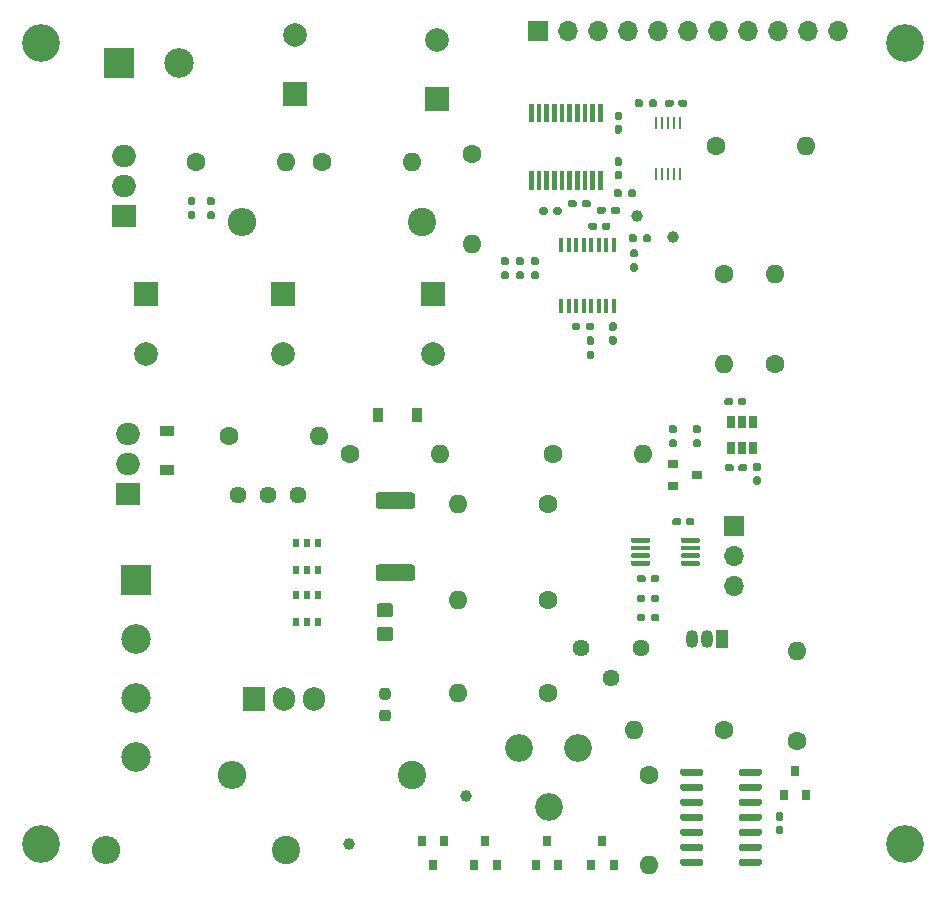
<source format=gts>
G04 #@! TF.GenerationSoftware,KiCad,Pcbnew,(5.1.10)-1*
G04 #@! TF.CreationDate,2021-11-18T05:31:33+07:00*
G04 #@! TF.ProjectId,Georesistance PCB,47656f72-6573-4697-9374-616e63652050,1*
G04 #@! TF.SameCoordinates,Original*
G04 #@! TF.FileFunction,Soldermask,Top*
G04 #@! TF.FilePolarity,Negative*
%FSLAX46Y46*%
G04 Gerber Fmt 4.6, Leading zero omitted, Abs format (unit mm)*
G04 Created by KiCad (PCBNEW (5.1.10)-1) date 2021-11-18 05:31:33*
%MOMM*%
%LPD*%
G01*
G04 APERTURE LIST*
%ADD10C,3.200000*%
%ADD11R,0.900000X0.800000*%
%ADD12C,2.000000*%
%ADD13R,2.000000X2.000000*%
%ADD14C,1.600000*%
%ADD15O,1.600000X1.600000*%
%ADD16R,0.900000X1.200000*%
%ADD17O,2.000000X1.905000*%
%ADD18R,2.000000X1.905000*%
%ADD19O,1.700000X1.700000*%
%ADD20R,1.700000X1.700000*%
%ADD21C,1.440000*%
%ADD22C,2.500000*%
%ADD23R,2.500000X2.500000*%
%ADD24C,1.000000*%
%ADD25O,2.400000X2.400000*%
%ADD26C,2.400000*%
%ADD27C,2.340000*%
%ADD28R,0.510000X0.700000*%
%ADD29R,1.050000X1.500000*%
%ADD30O,1.050000X1.500000*%
%ADD31R,0.650000X1.060000*%
%ADD32R,0.250000X1.100000*%
%ADD33R,0.800000X0.900000*%
%ADD34R,0.400000X1.200000*%
%ADD35R,1.905000X2.000000*%
%ADD36O,1.905000X2.000000*%
%ADD37R,1.200000X0.900000*%
G04 APERTURE END LIST*
D10*
X93218000Y-25273000D03*
X20066000Y-25273000D03*
X93218000Y-93091000D03*
X20066000Y-93091000D03*
G36*
G01*
X74198000Y-67451000D02*
X74198000Y-67251000D01*
G75*
G02*
X74298000Y-67151000I100000J0D01*
G01*
X75723000Y-67151000D01*
G75*
G02*
X75823000Y-67251000I0J-100000D01*
G01*
X75823000Y-67451000D01*
G75*
G02*
X75723000Y-67551000I-100000J0D01*
G01*
X74298000Y-67551000D01*
G75*
G02*
X74198000Y-67451000I0J100000D01*
G01*
G37*
G36*
G01*
X74198000Y-68101000D02*
X74198000Y-67901000D01*
G75*
G02*
X74298000Y-67801000I100000J0D01*
G01*
X75723000Y-67801000D01*
G75*
G02*
X75823000Y-67901000I0J-100000D01*
G01*
X75823000Y-68101000D01*
G75*
G02*
X75723000Y-68201000I-100000J0D01*
G01*
X74298000Y-68201000D01*
G75*
G02*
X74198000Y-68101000I0J100000D01*
G01*
G37*
G36*
G01*
X74198000Y-68751000D02*
X74198000Y-68551000D01*
G75*
G02*
X74298000Y-68451000I100000J0D01*
G01*
X75723000Y-68451000D01*
G75*
G02*
X75823000Y-68551000I0J-100000D01*
G01*
X75823000Y-68751000D01*
G75*
G02*
X75723000Y-68851000I-100000J0D01*
G01*
X74298000Y-68851000D01*
G75*
G02*
X74198000Y-68751000I0J100000D01*
G01*
G37*
G36*
G01*
X74198000Y-69401000D02*
X74198000Y-69201000D01*
G75*
G02*
X74298000Y-69101000I100000J0D01*
G01*
X75723000Y-69101000D01*
G75*
G02*
X75823000Y-69201000I0J-100000D01*
G01*
X75823000Y-69401000D01*
G75*
G02*
X75723000Y-69501000I-100000J0D01*
G01*
X74298000Y-69501000D01*
G75*
G02*
X74198000Y-69401000I0J100000D01*
G01*
G37*
G36*
G01*
X69973000Y-69401000D02*
X69973000Y-69201000D01*
G75*
G02*
X70073000Y-69101000I100000J0D01*
G01*
X71498000Y-69101000D01*
G75*
G02*
X71598000Y-69201000I0J-100000D01*
G01*
X71598000Y-69401000D01*
G75*
G02*
X71498000Y-69501000I-100000J0D01*
G01*
X70073000Y-69501000D01*
G75*
G02*
X69973000Y-69401000I0J100000D01*
G01*
G37*
G36*
G01*
X69973000Y-68751000D02*
X69973000Y-68551000D01*
G75*
G02*
X70073000Y-68451000I100000J0D01*
G01*
X71498000Y-68451000D01*
G75*
G02*
X71598000Y-68551000I0J-100000D01*
G01*
X71598000Y-68751000D01*
G75*
G02*
X71498000Y-68851000I-100000J0D01*
G01*
X70073000Y-68851000D01*
G75*
G02*
X69973000Y-68751000I0J100000D01*
G01*
G37*
G36*
G01*
X69973000Y-68101000D02*
X69973000Y-67901000D01*
G75*
G02*
X70073000Y-67801000I100000J0D01*
G01*
X71498000Y-67801000D01*
G75*
G02*
X71598000Y-67901000I0J-100000D01*
G01*
X71598000Y-68101000D01*
G75*
G02*
X71498000Y-68201000I-100000J0D01*
G01*
X70073000Y-68201000D01*
G75*
G02*
X69973000Y-68101000I0J100000D01*
G01*
G37*
G36*
G01*
X69973000Y-67451000D02*
X69973000Y-67251000D01*
G75*
G02*
X70073000Y-67151000I100000J0D01*
G01*
X71498000Y-67151000D01*
G75*
G02*
X71598000Y-67251000I0J-100000D01*
G01*
X71598000Y-67451000D01*
G75*
G02*
X71498000Y-67551000I-100000J0D01*
G01*
X70073000Y-67551000D01*
G75*
G02*
X69973000Y-67451000I0J100000D01*
G01*
G37*
D11*
X75549000Y-61849000D03*
X73549000Y-62799000D03*
X73549000Y-60899000D03*
D12*
X41529000Y-24591000D03*
D13*
X41529000Y-29591000D03*
D14*
X46228000Y-60071000D03*
D15*
X53848000Y-60071000D03*
X71501000Y-94869000D03*
D14*
X71501000Y-87249000D03*
D16*
X51878500Y-56769000D03*
X48578500Y-56769000D03*
D17*
X27368500Y-58356500D03*
X27368500Y-60896500D03*
D18*
X27368500Y-63436500D03*
D14*
X77851000Y-83439000D03*
D15*
X70231000Y-83439000D03*
X55372000Y-72390000D03*
D14*
X62992000Y-72390000D03*
D19*
X78740000Y-71247000D03*
X78740000Y-68707000D03*
D20*
X78740000Y-66167000D03*
D21*
X65786000Y-76454000D03*
X68326000Y-78994000D03*
X70866000Y-76454000D03*
D22*
X28067000Y-85739000D03*
X28067000Y-80739000D03*
X28067000Y-75739000D03*
D23*
X28067000Y-70739000D03*
G36*
G01*
X81047000Y-94465000D02*
X81047000Y-94765000D01*
G75*
G02*
X80897000Y-94915000I-150000J0D01*
G01*
X79247000Y-94915000D01*
G75*
G02*
X79097000Y-94765000I0J150000D01*
G01*
X79097000Y-94465000D01*
G75*
G02*
X79247000Y-94315000I150000J0D01*
G01*
X80897000Y-94315000D01*
G75*
G02*
X81047000Y-94465000I0J-150000D01*
G01*
G37*
G36*
G01*
X81047000Y-93195000D02*
X81047000Y-93495000D01*
G75*
G02*
X80897000Y-93645000I-150000J0D01*
G01*
X79247000Y-93645000D01*
G75*
G02*
X79097000Y-93495000I0J150000D01*
G01*
X79097000Y-93195000D01*
G75*
G02*
X79247000Y-93045000I150000J0D01*
G01*
X80897000Y-93045000D01*
G75*
G02*
X81047000Y-93195000I0J-150000D01*
G01*
G37*
G36*
G01*
X81047000Y-91925000D02*
X81047000Y-92225000D01*
G75*
G02*
X80897000Y-92375000I-150000J0D01*
G01*
X79247000Y-92375000D01*
G75*
G02*
X79097000Y-92225000I0J150000D01*
G01*
X79097000Y-91925000D01*
G75*
G02*
X79247000Y-91775000I150000J0D01*
G01*
X80897000Y-91775000D01*
G75*
G02*
X81047000Y-91925000I0J-150000D01*
G01*
G37*
G36*
G01*
X81047000Y-90655000D02*
X81047000Y-90955000D01*
G75*
G02*
X80897000Y-91105000I-150000J0D01*
G01*
X79247000Y-91105000D01*
G75*
G02*
X79097000Y-90955000I0J150000D01*
G01*
X79097000Y-90655000D01*
G75*
G02*
X79247000Y-90505000I150000J0D01*
G01*
X80897000Y-90505000D01*
G75*
G02*
X81047000Y-90655000I0J-150000D01*
G01*
G37*
G36*
G01*
X81047000Y-89385000D02*
X81047000Y-89685000D01*
G75*
G02*
X80897000Y-89835000I-150000J0D01*
G01*
X79247000Y-89835000D01*
G75*
G02*
X79097000Y-89685000I0J150000D01*
G01*
X79097000Y-89385000D01*
G75*
G02*
X79247000Y-89235000I150000J0D01*
G01*
X80897000Y-89235000D01*
G75*
G02*
X81047000Y-89385000I0J-150000D01*
G01*
G37*
G36*
G01*
X81047000Y-88115000D02*
X81047000Y-88415000D01*
G75*
G02*
X80897000Y-88565000I-150000J0D01*
G01*
X79247000Y-88565000D01*
G75*
G02*
X79097000Y-88415000I0J150000D01*
G01*
X79097000Y-88115000D01*
G75*
G02*
X79247000Y-87965000I150000J0D01*
G01*
X80897000Y-87965000D01*
G75*
G02*
X81047000Y-88115000I0J-150000D01*
G01*
G37*
G36*
G01*
X81047000Y-86845000D02*
X81047000Y-87145000D01*
G75*
G02*
X80897000Y-87295000I-150000J0D01*
G01*
X79247000Y-87295000D01*
G75*
G02*
X79097000Y-87145000I0J150000D01*
G01*
X79097000Y-86845000D01*
G75*
G02*
X79247000Y-86695000I150000J0D01*
G01*
X80897000Y-86695000D01*
G75*
G02*
X81047000Y-86845000I0J-150000D01*
G01*
G37*
G36*
G01*
X76097000Y-86845000D02*
X76097000Y-87145000D01*
G75*
G02*
X75947000Y-87295000I-150000J0D01*
G01*
X74297000Y-87295000D01*
G75*
G02*
X74147000Y-87145000I0J150000D01*
G01*
X74147000Y-86845000D01*
G75*
G02*
X74297000Y-86695000I150000J0D01*
G01*
X75947000Y-86695000D01*
G75*
G02*
X76097000Y-86845000I0J-150000D01*
G01*
G37*
G36*
G01*
X76097000Y-88115000D02*
X76097000Y-88415000D01*
G75*
G02*
X75947000Y-88565000I-150000J0D01*
G01*
X74297000Y-88565000D01*
G75*
G02*
X74147000Y-88415000I0J150000D01*
G01*
X74147000Y-88115000D01*
G75*
G02*
X74297000Y-87965000I150000J0D01*
G01*
X75947000Y-87965000D01*
G75*
G02*
X76097000Y-88115000I0J-150000D01*
G01*
G37*
G36*
G01*
X76097000Y-89385000D02*
X76097000Y-89685000D01*
G75*
G02*
X75947000Y-89835000I-150000J0D01*
G01*
X74297000Y-89835000D01*
G75*
G02*
X74147000Y-89685000I0J150000D01*
G01*
X74147000Y-89385000D01*
G75*
G02*
X74297000Y-89235000I150000J0D01*
G01*
X75947000Y-89235000D01*
G75*
G02*
X76097000Y-89385000I0J-150000D01*
G01*
G37*
G36*
G01*
X76097000Y-90655000D02*
X76097000Y-90955000D01*
G75*
G02*
X75947000Y-91105000I-150000J0D01*
G01*
X74297000Y-91105000D01*
G75*
G02*
X74147000Y-90955000I0J150000D01*
G01*
X74147000Y-90655000D01*
G75*
G02*
X74297000Y-90505000I150000J0D01*
G01*
X75947000Y-90505000D01*
G75*
G02*
X76097000Y-90655000I0J-150000D01*
G01*
G37*
G36*
G01*
X76097000Y-91925000D02*
X76097000Y-92225000D01*
G75*
G02*
X75947000Y-92375000I-150000J0D01*
G01*
X74297000Y-92375000D01*
G75*
G02*
X74147000Y-92225000I0J150000D01*
G01*
X74147000Y-91925000D01*
G75*
G02*
X74297000Y-91775000I150000J0D01*
G01*
X75947000Y-91775000D01*
G75*
G02*
X76097000Y-91925000I0J-150000D01*
G01*
G37*
G36*
G01*
X76097000Y-93195000D02*
X76097000Y-93495000D01*
G75*
G02*
X75947000Y-93645000I-150000J0D01*
G01*
X74297000Y-93645000D01*
G75*
G02*
X74147000Y-93495000I0J150000D01*
G01*
X74147000Y-93195000D01*
G75*
G02*
X74297000Y-93045000I150000J0D01*
G01*
X75947000Y-93045000D01*
G75*
G02*
X76097000Y-93195000I0J-150000D01*
G01*
G37*
G36*
G01*
X76097000Y-94465000D02*
X76097000Y-94765000D01*
G75*
G02*
X75947000Y-94915000I-150000J0D01*
G01*
X74297000Y-94915000D01*
G75*
G02*
X74147000Y-94765000I0J150000D01*
G01*
X74147000Y-94465000D01*
G75*
G02*
X74297000Y-94315000I150000J0D01*
G01*
X75947000Y-94315000D01*
G75*
G02*
X76097000Y-94465000I0J-150000D01*
G01*
G37*
D24*
X73533000Y-41656000D03*
X70485000Y-39878000D03*
X56007000Y-89027000D03*
X46101000Y-93091000D03*
D15*
X84074000Y-76708000D03*
D14*
X84074000Y-84328000D03*
G36*
G01*
X66388000Y-50099000D02*
X66708000Y-50099000D01*
G75*
G02*
X66868000Y-50259000I0J-160000D01*
G01*
X66868000Y-50654000D01*
G75*
G02*
X66708000Y-50814000I-160000J0D01*
G01*
X66388000Y-50814000D01*
G75*
G02*
X66228000Y-50654000I0J160000D01*
G01*
X66228000Y-50259000D01*
G75*
G02*
X66388000Y-50099000I160000J0D01*
G01*
G37*
G36*
G01*
X66388000Y-51294000D02*
X66708000Y-51294000D01*
G75*
G02*
X66868000Y-51454000I0J-160000D01*
G01*
X66868000Y-51849000D01*
G75*
G02*
X66708000Y-52009000I-160000J0D01*
G01*
X66388000Y-52009000D01*
G75*
G02*
X66228000Y-51849000I0J160000D01*
G01*
X66228000Y-51454000D01*
G75*
G02*
X66388000Y-51294000I160000J0D01*
G01*
G37*
G36*
G01*
X65673000Y-49116000D02*
X65673000Y-49436000D01*
G75*
G02*
X65513000Y-49596000I-160000J0D01*
G01*
X65118000Y-49596000D01*
G75*
G02*
X64958000Y-49436000I0J160000D01*
G01*
X64958000Y-49116000D01*
G75*
G02*
X65118000Y-48956000I160000J0D01*
G01*
X65513000Y-48956000D01*
G75*
G02*
X65673000Y-49116000I0J-160000D01*
G01*
G37*
G36*
G01*
X66868000Y-49116000D02*
X66868000Y-49436000D01*
G75*
G02*
X66708000Y-49596000I-160000J0D01*
G01*
X66313000Y-49596000D01*
G75*
G02*
X66153000Y-49436000I0J160000D01*
G01*
X66153000Y-49116000D01*
G75*
G02*
X66313000Y-48956000I160000J0D01*
G01*
X66708000Y-48956000D01*
G75*
G02*
X66868000Y-49116000I0J-160000D01*
G01*
G37*
G36*
G01*
X70071000Y-43890500D02*
X70391000Y-43890500D01*
G75*
G02*
X70551000Y-44050500I0J-160000D01*
G01*
X70551000Y-44445500D01*
G75*
G02*
X70391000Y-44605500I-160000J0D01*
G01*
X70071000Y-44605500D01*
G75*
G02*
X69911000Y-44445500I0J160000D01*
G01*
X69911000Y-44050500D01*
G75*
G02*
X70071000Y-43890500I160000J0D01*
G01*
G37*
G36*
G01*
X70071000Y-42695500D02*
X70391000Y-42695500D01*
G75*
G02*
X70551000Y-42855500I0J-160000D01*
G01*
X70551000Y-43250500D01*
G75*
G02*
X70391000Y-43410500I-160000J0D01*
G01*
X70071000Y-43410500D01*
G75*
G02*
X69911000Y-43250500I0J160000D01*
G01*
X69911000Y-42855500D01*
G75*
G02*
X70071000Y-42695500I160000J0D01*
G01*
G37*
G36*
G01*
X48911500Y-79880000D02*
X49386500Y-79880000D01*
G75*
G02*
X49624000Y-80117500I0J-237500D01*
G01*
X49624000Y-80617500D01*
G75*
G02*
X49386500Y-80855000I-237500J0D01*
G01*
X48911500Y-80855000D01*
G75*
G02*
X48674000Y-80617500I0J237500D01*
G01*
X48674000Y-80117500D01*
G75*
G02*
X48911500Y-79880000I237500J0D01*
G01*
G37*
G36*
G01*
X48911500Y-81705000D02*
X49386500Y-81705000D01*
G75*
G02*
X49624000Y-81942500I0J-237500D01*
G01*
X49624000Y-82442500D01*
G75*
G02*
X49386500Y-82680000I-237500J0D01*
G01*
X48911500Y-82680000D01*
G75*
G02*
X48674000Y-82442500I0J237500D01*
G01*
X48674000Y-81942500D01*
G75*
G02*
X48911500Y-81705000I237500J0D01*
G01*
G37*
G36*
G01*
X48612999Y-69406000D02*
X51463001Y-69406000D01*
G75*
G02*
X51713000Y-69655999I0J-249999D01*
G01*
X51713000Y-70556001D01*
G75*
G02*
X51463001Y-70806000I-249999J0D01*
G01*
X48612999Y-70806000D01*
G75*
G02*
X48363000Y-70556001I0J249999D01*
G01*
X48363000Y-69655999D01*
G75*
G02*
X48612999Y-69406000I249999J0D01*
G01*
G37*
G36*
G01*
X48612999Y-63306000D02*
X51463001Y-63306000D01*
G75*
G02*
X51713000Y-63555999I0J-249999D01*
G01*
X51713000Y-64456001D01*
G75*
G02*
X51463001Y-64706000I-249999J0D01*
G01*
X48612999Y-64706000D01*
G75*
G02*
X48363000Y-64456001I0J249999D01*
G01*
X48363000Y-63555999D01*
G75*
G02*
X48612999Y-63306000I249999J0D01*
G01*
G37*
G36*
G01*
X48698999Y-74695000D02*
X49599001Y-74695000D01*
G75*
G02*
X49849000Y-74944999I0J-249999D01*
G01*
X49849000Y-75645001D01*
G75*
G02*
X49599001Y-75895000I-249999J0D01*
G01*
X48698999Y-75895000D01*
G75*
G02*
X48449000Y-75645001I0J249999D01*
G01*
X48449000Y-74944999D01*
G75*
G02*
X48698999Y-74695000I249999J0D01*
G01*
G37*
G36*
G01*
X48698999Y-72695000D02*
X49599001Y-72695000D01*
G75*
G02*
X49849000Y-72944999I0J-249999D01*
G01*
X49849000Y-73645001D01*
G75*
G02*
X49599001Y-73895000I-249999J0D01*
G01*
X48698999Y-73895000D01*
G75*
G02*
X48449000Y-73645001I0J249999D01*
G01*
X48449000Y-72944999D01*
G75*
G02*
X48698999Y-72695000I249999J0D01*
G01*
G37*
X62992000Y-80264000D03*
D15*
X55372000Y-80264000D03*
X55372000Y-64262000D03*
D14*
X62992000Y-64262000D03*
G36*
G01*
X73373000Y-58787000D02*
X73693000Y-58787000D01*
G75*
G02*
X73853000Y-58947000I0J-160000D01*
G01*
X73853000Y-59342000D01*
G75*
G02*
X73693000Y-59502000I-160000J0D01*
G01*
X73373000Y-59502000D01*
G75*
G02*
X73213000Y-59342000I0J160000D01*
G01*
X73213000Y-58947000D01*
G75*
G02*
X73373000Y-58787000I160000J0D01*
G01*
G37*
G36*
G01*
X73373000Y-57592000D02*
X73693000Y-57592000D01*
G75*
G02*
X73853000Y-57752000I0J-160000D01*
G01*
X73853000Y-58147000D01*
G75*
G02*
X73693000Y-58307000I-160000J0D01*
G01*
X73373000Y-58307000D01*
G75*
G02*
X73213000Y-58147000I0J160000D01*
G01*
X73213000Y-57752000D01*
G75*
G02*
X73373000Y-57592000I160000J0D01*
G01*
G37*
D15*
X70993000Y-60071000D03*
D14*
X63373000Y-60071000D03*
G36*
G01*
X59469000Y-44083000D02*
X59149000Y-44083000D01*
G75*
G02*
X58989000Y-43923000I0J160000D01*
G01*
X58989000Y-43528000D01*
G75*
G02*
X59149000Y-43368000I160000J0D01*
G01*
X59469000Y-43368000D01*
G75*
G02*
X59629000Y-43528000I0J-160000D01*
G01*
X59629000Y-43923000D01*
G75*
G02*
X59469000Y-44083000I-160000J0D01*
G01*
G37*
G36*
G01*
X59469000Y-45278000D02*
X59149000Y-45278000D01*
G75*
G02*
X58989000Y-45118000I0J160000D01*
G01*
X58989000Y-44723000D01*
G75*
G02*
X59149000Y-44563000I160000J0D01*
G01*
X59469000Y-44563000D01*
G75*
G02*
X59629000Y-44723000I0J-160000D01*
G01*
X59629000Y-45118000D01*
G75*
G02*
X59469000Y-45278000I-160000J0D01*
G01*
G37*
G36*
G01*
X62009000Y-44083000D02*
X61689000Y-44083000D01*
G75*
G02*
X61529000Y-43923000I0J160000D01*
G01*
X61529000Y-43528000D01*
G75*
G02*
X61689000Y-43368000I160000J0D01*
G01*
X62009000Y-43368000D01*
G75*
G02*
X62169000Y-43528000I0J-160000D01*
G01*
X62169000Y-43923000D01*
G75*
G02*
X62009000Y-44083000I-160000J0D01*
G01*
G37*
G36*
G01*
X62009000Y-45278000D02*
X61689000Y-45278000D01*
G75*
G02*
X61529000Y-45118000I0J160000D01*
G01*
X61529000Y-44723000D01*
G75*
G02*
X61689000Y-44563000I160000J0D01*
G01*
X62009000Y-44563000D01*
G75*
G02*
X62169000Y-44723000I0J-160000D01*
G01*
X62169000Y-45118000D01*
G75*
G02*
X62009000Y-45278000I-160000J0D01*
G01*
G37*
D25*
X37084000Y-40386000D03*
D26*
X52324000Y-40386000D03*
G36*
G01*
X63409800Y-39631600D02*
X63409800Y-39311600D01*
G75*
G02*
X63569800Y-39151600I160000J0D01*
G01*
X63964800Y-39151600D01*
G75*
G02*
X64124800Y-39311600I0J-160000D01*
G01*
X64124800Y-39631600D01*
G75*
G02*
X63964800Y-39791600I-160000J0D01*
G01*
X63569800Y-39791600D01*
G75*
G02*
X63409800Y-39631600I0J160000D01*
G01*
G37*
G36*
G01*
X62214800Y-39631600D02*
X62214800Y-39311600D01*
G75*
G02*
X62374800Y-39151600I160000J0D01*
G01*
X62769800Y-39151600D01*
G75*
G02*
X62929800Y-39311600I0J-160000D01*
G01*
X62929800Y-39631600D01*
G75*
G02*
X62769800Y-39791600I-160000J0D01*
G01*
X62374800Y-39791600D01*
G75*
G02*
X62214800Y-39631600I0J160000D01*
G01*
G37*
D15*
X82169000Y-44831000D03*
D14*
X82169000Y-52451000D03*
D15*
X40767000Y-35306000D03*
D14*
X33147000Y-35306000D03*
G36*
G01*
X32926000Y-39003000D02*
X32606000Y-39003000D01*
G75*
G02*
X32446000Y-38843000I0J160000D01*
G01*
X32446000Y-38448000D01*
G75*
G02*
X32606000Y-38288000I160000J0D01*
G01*
X32926000Y-38288000D01*
G75*
G02*
X33086000Y-38448000I0J-160000D01*
G01*
X33086000Y-38843000D01*
G75*
G02*
X32926000Y-39003000I-160000J0D01*
G01*
G37*
G36*
G01*
X32926000Y-40198000D02*
X32606000Y-40198000D01*
G75*
G02*
X32446000Y-40038000I0J160000D01*
G01*
X32446000Y-39643000D01*
G75*
G02*
X32606000Y-39483000I160000J0D01*
G01*
X32926000Y-39483000D01*
G75*
G02*
X33086000Y-39643000I0J-160000D01*
G01*
X33086000Y-40038000D01*
G75*
G02*
X32926000Y-40198000I-160000J0D01*
G01*
G37*
X35941000Y-58547000D03*
D15*
X43561000Y-58547000D03*
G36*
G01*
X34257000Y-39483000D02*
X34577000Y-39483000D01*
G75*
G02*
X34737000Y-39643000I0J-160000D01*
G01*
X34737000Y-40038000D01*
G75*
G02*
X34577000Y-40198000I-160000J0D01*
G01*
X34257000Y-40198000D01*
G75*
G02*
X34097000Y-40038000I0J160000D01*
G01*
X34097000Y-39643000D01*
G75*
G02*
X34257000Y-39483000I160000J0D01*
G01*
G37*
G36*
G01*
X34257000Y-38288000D02*
X34577000Y-38288000D01*
G75*
G02*
X34737000Y-38448000I0J-160000D01*
G01*
X34737000Y-38843000D01*
G75*
G02*
X34577000Y-39003000I-160000J0D01*
G01*
X34257000Y-39003000D01*
G75*
G02*
X34097000Y-38843000I0J160000D01*
G01*
X34097000Y-38448000D01*
G75*
G02*
X34257000Y-38288000I160000J0D01*
G01*
G37*
D19*
X87503000Y-24257000D03*
X84963000Y-24257000D03*
X82423000Y-24257000D03*
X79883000Y-24257000D03*
X77343000Y-24257000D03*
X74803000Y-24257000D03*
X72263000Y-24257000D03*
X69723000Y-24257000D03*
X67183000Y-24257000D03*
X64643000Y-24257000D03*
D20*
X62103000Y-24257000D03*
G36*
G01*
X75405000Y-58787000D02*
X75725000Y-58787000D01*
G75*
G02*
X75885000Y-58947000I0J-160000D01*
G01*
X75885000Y-59342000D01*
G75*
G02*
X75725000Y-59502000I-160000J0D01*
G01*
X75405000Y-59502000D01*
G75*
G02*
X75245000Y-59342000I0J160000D01*
G01*
X75245000Y-58947000D01*
G75*
G02*
X75405000Y-58787000I160000J0D01*
G01*
G37*
G36*
G01*
X75405000Y-57592000D02*
X75725000Y-57592000D01*
G75*
G02*
X75885000Y-57752000I0J-160000D01*
G01*
X75885000Y-58147000D01*
G75*
G02*
X75725000Y-58307000I-160000J0D01*
G01*
X75405000Y-58307000D01*
G75*
G02*
X75245000Y-58147000I0J160000D01*
G01*
X75245000Y-57752000D01*
G75*
G02*
X75405000Y-57592000I160000J0D01*
G01*
G37*
G36*
G01*
X69229000Y-37813000D02*
X69229000Y-38133000D01*
G75*
G02*
X69069000Y-38293000I-160000J0D01*
G01*
X68674000Y-38293000D01*
G75*
G02*
X68514000Y-38133000I0J160000D01*
G01*
X68514000Y-37813000D01*
G75*
G02*
X68674000Y-37653000I160000J0D01*
G01*
X69069000Y-37653000D01*
G75*
G02*
X69229000Y-37813000I0J-160000D01*
G01*
G37*
G36*
G01*
X70424000Y-37813000D02*
X70424000Y-38133000D01*
G75*
G02*
X70264000Y-38293000I-160000J0D01*
G01*
X69869000Y-38293000D01*
G75*
G02*
X69709000Y-38133000I0J160000D01*
G01*
X69709000Y-37813000D01*
G75*
G02*
X69869000Y-37653000I160000J0D01*
G01*
X70264000Y-37653000D01*
G75*
G02*
X70424000Y-37813000I0J-160000D01*
G01*
G37*
D15*
X56515000Y-42291000D03*
D14*
X56515000Y-34671000D03*
D27*
X60532000Y-84963000D03*
X63032000Y-89963000D03*
X65532000Y-84963000D03*
D28*
X41595000Y-74312000D03*
X42545000Y-74312000D03*
X43495000Y-74312000D03*
X43495000Y-71992000D03*
X42545000Y-71992000D03*
X41595000Y-71992000D03*
X41595000Y-67547000D03*
X42545000Y-67547000D03*
X43495000Y-67547000D03*
X43495000Y-69867000D03*
X42545000Y-69867000D03*
X41595000Y-69867000D03*
D17*
X27051000Y-34798000D03*
X27051000Y-37338000D03*
D18*
X27051000Y-39878000D03*
D29*
X77724000Y-75692000D03*
D30*
X75184000Y-75692000D03*
X76454000Y-75692000D03*
D31*
X79375000Y-57320000D03*
X78425000Y-57320000D03*
X80325000Y-57320000D03*
X80325000Y-59520000D03*
X79375000Y-59520000D03*
X78425000Y-59520000D03*
D32*
X72101200Y-32013000D03*
X72601200Y-32013000D03*
X73101200Y-32013000D03*
X73601200Y-32013000D03*
X74101200Y-32013000D03*
X74101200Y-36313000D03*
X73601200Y-36313000D03*
X73101200Y-36313000D03*
X72601200Y-36313000D03*
X72101200Y-36313000D03*
G36*
G01*
X67205700Y-36121000D02*
X67574700Y-36121000D01*
G75*
G02*
X67595200Y-36141500I0J-20500D01*
G01*
X67595200Y-37670500D01*
G75*
G02*
X67574700Y-37691000I-20500J0D01*
G01*
X67205700Y-37691000D01*
G75*
G02*
X67185200Y-37670500I0J20500D01*
G01*
X67185200Y-36141500D01*
G75*
G02*
X67205700Y-36121000I20500J0D01*
G01*
G37*
G36*
G01*
X66555700Y-36121000D02*
X66924700Y-36121000D01*
G75*
G02*
X66945200Y-36141500I0J-20500D01*
G01*
X66945200Y-37670500D01*
G75*
G02*
X66924700Y-37691000I-20500J0D01*
G01*
X66555700Y-37691000D01*
G75*
G02*
X66535200Y-37670500I0J20500D01*
G01*
X66535200Y-36141500D01*
G75*
G02*
X66555700Y-36121000I20500J0D01*
G01*
G37*
G36*
G01*
X65905700Y-36121000D02*
X66274700Y-36121000D01*
G75*
G02*
X66295200Y-36141500I0J-20500D01*
G01*
X66295200Y-37670500D01*
G75*
G02*
X66274700Y-37691000I-20500J0D01*
G01*
X65905700Y-37691000D01*
G75*
G02*
X65885200Y-37670500I0J20500D01*
G01*
X65885200Y-36141500D01*
G75*
G02*
X65905700Y-36121000I20500J0D01*
G01*
G37*
G36*
G01*
X65255700Y-36121000D02*
X65624700Y-36121000D01*
G75*
G02*
X65645200Y-36141500I0J-20500D01*
G01*
X65645200Y-37670500D01*
G75*
G02*
X65624700Y-37691000I-20500J0D01*
G01*
X65255700Y-37691000D01*
G75*
G02*
X65235200Y-37670500I0J20500D01*
G01*
X65235200Y-36141500D01*
G75*
G02*
X65255700Y-36121000I20500J0D01*
G01*
G37*
G36*
G01*
X64605700Y-36121000D02*
X64974700Y-36121000D01*
G75*
G02*
X64995200Y-36141500I0J-20500D01*
G01*
X64995200Y-37670500D01*
G75*
G02*
X64974700Y-37691000I-20500J0D01*
G01*
X64605700Y-37691000D01*
G75*
G02*
X64585200Y-37670500I0J20500D01*
G01*
X64585200Y-36141500D01*
G75*
G02*
X64605700Y-36121000I20500J0D01*
G01*
G37*
G36*
G01*
X63955700Y-36121000D02*
X64324700Y-36121000D01*
G75*
G02*
X64345200Y-36141500I0J-20500D01*
G01*
X64345200Y-37670500D01*
G75*
G02*
X64324700Y-37691000I-20500J0D01*
G01*
X63955700Y-37691000D01*
G75*
G02*
X63935200Y-37670500I0J20500D01*
G01*
X63935200Y-36141500D01*
G75*
G02*
X63955700Y-36121000I20500J0D01*
G01*
G37*
G36*
G01*
X63305700Y-36121000D02*
X63674700Y-36121000D01*
G75*
G02*
X63695200Y-36141500I0J-20500D01*
G01*
X63695200Y-37670500D01*
G75*
G02*
X63674700Y-37691000I-20500J0D01*
G01*
X63305700Y-37691000D01*
G75*
G02*
X63285200Y-37670500I0J20500D01*
G01*
X63285200Y-36141500D01*
G75*
G02*
X63305700Y-36121000I20500J0D01*
G01*
G37*
G36*
G01*
X62655700Y-36121000D02*
X63024700Y-36121000D01*
G75*
G02*
X63045200Y-36141500I0J-20500D01*
G01*
X63045200Y-37670500D01*
G75*
G02*
X63024700Y-37691000I-20500J0D01*
G01*
X62655700Y-37691000D01*
G75*
G02*
X62635200Y-37670500I0J20500D01*
G01*
X62635200Y-36141500D01*
G75*
G02*
X62655700Y-36121000I20500J0D01*
G01*
G37*
G36*
G01*
X62005700Y-36121000D02*
X62374700Y-36121000D01*
G75*
G02*
X62395200Y-36141500I0J-20500D01*
G01*
X62395200Y-37670500D01*
G75*
G02*
X62374700Y-37691000I-20500J0D01*
G01*
X62005700Y-37691000D01*
G75*
G02*
X61985200Y-37670500I0J20500D01*
G01*
X61985200Y-36141500D01*
G75*
G02*
X62005700Y-36121000I20500J0D01*
G01*
G37*
G36*
G01*
X61355700Y-36121000D02*
X61724700Y-36121000D01*
G75*
G02*
X61745200Y-36141500I0J-20500D01*
G01*
X61745200Y-37670500D01*
G75*
G02*
X61724700Y-37691000I-20500J0D01*
G01*
X61355700Y-37691000D01*
G75*
G02*
X61335200Y-37670500I0J20500D01*
G01*
X61335200Y-36141500D01*
G75*
G02*
X61355700Y-36121000I20500J0D01*
G01*
G37*
G36*
G01*
X61355700Y-30381000D02*
X61724700Y-30381000D01*
G75*
G02*
X61745200Y-30401500I0J-20500D01*
G01*
X61745200Y-31930500D01*
G75*
G02*
X61724700Y-31951000I-20500J0D01*
G01*
X61355700Y-31951000D01*
G75*
G02*
X61335200Y-31930500I0J20500D01*
G01*
X61335200Y-30401500D01*
G75*
G02*
X61355700Y-30381000I20500J0D01*
G01*
G37*
G36*
G01*
X62005700Y-30381000D02*
X62374700Y-30381000D01*
G75*
G02*
X62395200Y-30401500I0J-20500D01*
G01*
X62395200Y-31930500D01*
G75*
G02*
X62374700Y-31951000I-20500J0D01*
G01*
X62005700Y-31951000D01*
G75*
G02*
X61985200Y-31930500I0J20500D01*
G01*
X61985200Y-30401500D01*
G75*
G02*
X62005700Y-30381000I20500J0D01*
G01*
G37*
G36*
G01*
X62655700Y-30381000D02*
X63024700Y-30381000D01*
G75*
G02*
X63045200Y-30401500I0J-20500D01*
G01*
X63045200Y-31930500D01*
G75*
G02*
X63024700Y-31951000I-20500J0D01*
G01*
X62655700Y-31951000D01*
G75*
G02*
X62635200Y-31930500I0J20500D01*
G01*
X62635200Y-30401500D01*
G75*
G02*
X62655700Y-30381000I20500J0D01*
G01*
G37*
G36*
G01*
X63305700Y-30381000D02*
X63674700Y-30381000D01*
G75*
G02*
X63695200Y-30401500I0J-20500D01*
G01*
X63695200Y-31930500D01*
G75*
G02*
X63674700Y-31951000I-20500J0D01*
G01*
X63305700Y-31951000D01*
G75*
G02*
X63285200Y-31930500I0J20500D01*
G01*
X63285200Y-30401500D01*
G75*
G02*
X63305700Y-30381000I20500J0D01*
G01*
G37*
G36*
G01*
X63955700Y-30381000D02*
X64324700Y-30381000D01*
G75*
G02*
X64345200Y-30401500I0J-20500D01*
G01*
X64345200Y-31930500D01*
G75*
G02*
X64324700Y-31951000I-20500J0D01*
G01*
X63955700Y-31951000D01*
G75*
G02*
X63935200Y-31930500I0J20500D01*
G01*
X63935200Y-30401500D01*
G75*
G02*
X63955700Y-30381000I20500J0D01*
G01*
G37*
G36*
G01*
X64605700Y-30381000D02*
X64974700Y-30381000D01*
G75*
G02*
X64995200Y-30401500I0J-20500D01*
G01*
X64995200Y-31930500D01*
G75*
G02*
X64974700Y-31951000I-20500J0D01*
G01*
X64605700Y-31951000D01*
G75*
G02*
X64585200Y-31930500I0J20500D01*
G01*
X64585200Y-30401500D01*
G75*
G02*
X64605700Y-30381000I20500J0D01*
G01*
G37*
G36*
G01*
X65255700Y-30381000D02*
X65624700Y-30381000D01*
G75*
G02*
X65645200Y-30401500I0J-20500D01*
G01*
X65645200Y-31930500D01*
G75*
G02*
X65624700Y-31951000I-20500J0D01*
G01*
X65255700Y-31951000D01*
G75*
G02*
X65235200Y-31930500I0J20500D01*
G01*
X65235200Y-30401500D01*
G75*
G02*
X65255700Y-30381000I20500J0D01*
G01*
G37*
G36*
G01*
X65905700Y-30381000D02*
X66274700Y-30381000D01*
G75*
G02*
X66295200Y-30401500I0J-20500D01*
G01*
X66295200Y-31930500D01*
G75*
G02*
X66274700Y-31951000I-20500J0D01*
G01*
X65905700Y-31951000D01*
G75*
G02*
X65885200Y-31930500I0J20500D01*
G01*
X65885200Y-30401500D01*
G75*
G02*
X65905700Y-30381000I20500J0D01*
G01*
G37*
G36*
G01*
X66555700Y-30381000D02*
X66924700Y-30381000D01*
G75*
G02*
X66945200Y-30401500I0J-20500D01*
G01*
X66945200Y-31930500D01*
G75*
G02*
X66924700Y-31951000I-20500J0D01*
G01*
X66555700Y-31951000D01*
G75*
G02*
X66535200Y-31930500I0J20500D01*
G01*
X66535200Y-30401500D01*
G75*
G02*
X66555700Y-30381000I20500J0D01*
G01*
G37*
G36*
G01*
X67205700Y-30381000D02*
X67574700Y-30381000D01*
G75*
G02*
X67595200Y-30401500I0J-20500D01*
G01*
X67595200Y-31930500D01*
G75*
G02*
X67574700Y-31951000I-20500J0D01*
G01*
X67205700Y-31951000D01*
G75*
G02*
X67185200Y-31930500I0J20500D01*
G01*
X67185200Y-30401500D01*
G75*
G02*
X67205700Y-30381000I20500J0D01*
G01*
G37*
D33*
X82931000Y-88900000D03*
X84831000Y-88900000D03*
X83881000Y-86900000D03*
D34*
X68516500Y-47558000D03*
X67881500Y-47558000D03*
X67246500Y-47558000D03*
X66611500Y-47558000D03*
X65976500Y-47558000D03*
X65341500Y-47558000D03*
X64706500Y-47558000D03*
X64071500Y-47558000D03*
X64071500Y-42358000D03*
X64706500Y-42358000D03*
X65341500Y-42358000D03*
X65976500Y-42358000D03*
X66611500Y-42358000D03*
X67246500Y-42358000D03*
X67881500Y-42358000D03*
X68516500Y-42358000D03*
D21*
X36703000Y-63563500D03*
X39243000Y-63563500D03*
X41783000Y-63563500D03*
D15*
X51435000Y-35306000D03*
D14*
X43815000Y-35306000D03*
D15*
X77851000Y-52451000D03*
D14*
X77851000Y-44831000D03*
D15*
X84759800Y-33947100D03*
D14*
X77139800Y-33947100D03*
G36*
G01*
X60739000Y-44083000D02*
X60419000Y-44083000D01*
G75*
G02*
X60259000Y-43923000I0J160000D01*
G01*
X60259000Y-43528000D01*
G75*
G02*
X60419000Y-43368000I160000J0D01*
G01*
X60739000Y-43368000D01*
G75*
G02*
X60899000Y-43528000I0J-160000D01*
G01*
X60899000Y-43923000D01*
G75*
G02*
X60739000Y-44083000I-160000J0D01*
G01*
G37*
G36*
G01*
X60739000Y-45278000D02*
X60419000Y-45278000D01*
G75*
G02*
X60259000Y-45118000I0J160000D01*
G01*
X60259000Y-44723000D01*
G75*
G02*
X60419000Y-44563000I160000J0D01*
G01*
X60739000Y-44563000D01*
G75*
G02*
X60899000Y-44723000I0J-160000D01*
G01*
X60899000Y-45118000D01*
G75*
G02*
X60739000Y-45278000I-160000J0D01*
G01*
G37*
G36*
G01*
X65368200Y-38702000D02*
X65368200Y-39022000D01*
G75*
G02*
X65208200Y-39182000I-160000J0D01*
G01*
X64813200Y-39182000D01*
G75*
G02*
X64653200Y-39022000I0J160000D01*
G01*
X64653200Y-38702000D01*
G75*
G02*
X64813200Y-38542000I160000J0D01*
G01*
X65208200Y-38542000D01*
G75*
G02*
X65368200Y-38702000I0J-160000D01*
G01*
G37*
G36*
G01*
X66563200Y-38702000D02*
X66563200Y-39022000D01*
G75*
G02*
X66403200Y-39182000I-160000J0D01*
G01*
X66008200Y-39182000D01*
G75*
G02*
X65848200Y-39022000I0J160000D01*
G01*
X65848200Y-38702000D01*
G75*
G02*
X66008200Y-38542000I160000J0D01*
G01*
X66403200Y-38542000D01*
G75*
G02*
X66563200Y-38702000I0J-160000D01*
G01*
G37*
G36*
G01*
X67832000Y-39273500D02*
X67832000Y-39593500D01*
G75*
G02*
X67672000Y-39753500I-160000J0D01*
G01*
X67277000Y-39753500D01*
G75*
G02*
X67117000Y-39593500I0J160000D01*
G01*
X67117000Y-39273500D01*
G75*
G02*
X67277000Y-39113500I160000J0D01*
G01*
X67672000Y-39113500D01*
G75*
G02*
X67832000Y-39273500I0J-160000D01*
G01*
G37*
G36*
G01*
X69027000Y-39273500D02*
X69027000Y-39593500D01*
G75*
G02*
X68867000Y-39753500I-160000J0D01*
G01*
X68472000Y-39753500D01*
G75*
G02*
X68312000Y-39593500I0J160000D01*
G01*
X68312000Y-39273500D01*
G75*
G02*
X68472000Y-39113500I160000J0D01*
G01*
X68867000Y-39113500D01*
G75*
G02*
X69027000Y-39273500I0J-160000D01*
G01*
G37*
G36*
G01*
X71007000Y-30193000D02*
X71007000Y-30513000D01*
G75*
G02*
X70847000Y-30673000I-160000J0D01*
G01*
X70452000Y-30673000D01*
G75*
G02*
X70292000Y-30513000I0J160000D01*
G01*
X70292000Y-30193000D01*
G75*
G02*
X70452000Y-30033000I160000J0D01*
G01*
X70847000Y-30033000D01*
G75*
G02*
X71007000Y-30193000I0J-160000D01*
G01*
G37*
G36*
G01*
X72202000Y-30193000D02*
X72202000Y-30513000D01*
G75*
G02*
X72042000Y-30673000I-160000J0D01*
G01*
X71647000Y-30673000D01*
G75*
G02*
X71487000Y-30513000I0J160000D01*
G01*
X71487000Y-30193000D01*
G75*
G02*
X71647000Y-30033000I160000J0D01*
G01*
X72042000Y-30033000D01*
G75*
G02*
X72202000Y-30193000I0J-160000D01*
G01*
G37*
G36*
G01*
X71677500Y-72458560D02*
X71677500Y-72138560D01*
G75*
G02*
X71837500Y-71978560I160000J0D01*
G01*
X72232500Y-71978560D01*
G75*
G02*
X72392500Y-72138560I0J-160000D01*
G01*
X72392500Y-72458560D01*
G75*
G02*
X72232500Y-72618560I-160000J0D01*
G01*
X71837500Y-72618560D01*
G75*
G02*
X71677500Y-72458560I0J160000D01*
G01*
G37*
G36*
G01*
X70482500Y-72458560D02*
X70482500Y-72138560D01*
G75*
G02*
X70642500Y-71978560I160000J0D01*
G01*
X71037500Y-71978560D01*
G75*
G02*
X71197500Y-72138560I0J-160000D01*
G01*
X71197500Y-72458560D01*
G75*
G02*
X71037500Y-72618560I-160000J0D01*
G01*
X70642500Y-72618560D01*
G75*
G02*
X70482500Y-72458560I0J160000D01*
G01*
G37*
G36*
G01*
X71674960Y-74074000D02*
X71674960Y-73754000D01*
G75*
G02*
X71834960Y-73594000I160000J0D01*
G01*
X72229960Y-73594000D01*
G75*
G02*
X72389960Y-73754000I0J-160000D01*
G01*
X72389960Y-74074000D01*
G75*
G02*
X72229960Y-74234000I-160000J0D01*
G01*
X71834960Y-74234000D01*
G75*
G02*
X71674960Y-74074000I0J160000D01*
G01*
G37*
G36*
G01*
X70479960Y-74074000D02*
X70479960Y-73754000D01*
G75*
G02*
X70639960Y-73594000I160000J0D01*
G01*
X71034960Y-73594000D01*
G75*
G02*
X71194960Y-73754000I0J-160000D01*
G01*
X71194960Y-74074000D01*
G75*
G02*
X71034960Y-74234000I-160000J0D01*
G01*
X70639960Y-74234000D01*
G75*
G02*
X70479960Y-74074000I0J160000D01*
G01*
G37*
G36*
G01*
X70979000Y-41943000D02*
X70979000Y-41623000D01*
G75*
G02*
X71139000Y-41463000I160000J0D01*
G01*
X71534000Y-41463000D01*
G75*
G02*
X71694000Y-41623000I0J-160000D01*
G01*
X71694000Y-41943000D01*
G75*
G02*
X71534000Y-42103000I-160000J0D01*
G01*
X71139000Y-42103000D01*
G75*
G02*
X70979000Y-41943000I0J160000D01*
G01*
G37*
G36*
G01*
X69784000Y-41943000D02*
X69784000Y-41623000D01*
G75*
G02*
X69944000Y-41463000I160000J0D01*
G01*
X70339000Y-41463000D01*
G75*
G02*
X70499000Y-41623000I0J-160000D01*
G01*
X70499000Y-41943000D01*
G75*
G02*
X70339000Y-42103000I-160000J0D01*
G01*
X69944000Y-42103000D01*
G75*
G02*
X69784000Y-41943000I0J160000D01*
G01*
G37*
D25*
X25527000Y-93599000D03*
D26*
X40767000Y-93599000D03*
D25*
X36195000Y-87249000D03*
D26*
X51435000Y-87249000D03*
D35*
X38100000Y-80772000D03*
D36*
X40640000Y-80772000D03*
X43180000Y-80772000D03*
D33*
X67564000Y-92853000D03*
X68514000Y-94853000D03*
X66614000Y-94853000D03*
X62865000Y-92853000D03*
X63815000Y-94853000D03*
X61915000Y-94853000D03*
X53213000Y-94853000D03*
X52263000Y-92853000D03*
X54163000Y-92853000D03*
X57658000Y-92853000D03*
X58608000Y-94853000D03*
X56708000Y-94853000D03*
D23*
X26670000Y-26924000D03*
D22*
X31670000Y-26924000D03*
D37*
X30734000Y-61403500D03*
X30734000Y-58103500D03*
D12*
X40513000Y-51545500D03*
D13*
X40513000Y-46545500D03*
D12*
X53213000Y-51545500D03*
D13*
X53213000Y-46545500D03*
D12*
X28956000Y-51545500D03*
D13*
X28956000Y-46545500D03*
X53594000Y-29972000D03*
D12*
X53594000Y-24972000D03*
G36*
G01*
X78667000Y-61059000D02*
X78667000Y-61369000D01*
G75*
G02*
X78512000Y-61524000I-155000J0D01*
G01*
X78087000Y-61524000D01*
G75*
G02*
X77932000Y-61369000I0J155000D01*
G01*
X77932000Y-61059000D01*
G75*
G02*
X78087000Y-60904000I155000J0D01*
G01*
X78512000Y-60904000D01*
G75*
G02*
X78667000Y-61059000I0J-155000D01*
G01*
G37*
G36*
G01*
X79802000Y-61059000D02*
X79802000Y-61369000D01*
G75*
G02*
X79647000Y-61524000I-155000J0D01*
G01*
X79222000Y-61524000D01*
G75*
G02*
X79067000Y-61369000I0J155000D01*
G01*
X79067000Y-61059000D01*
G75*
G02*
X79222000Y-60904000I155000J0D01*
G01*
X79647000Y-60904000D01*
G75*
G02*
X79802000Y-61059000I0J-155000D01*
G01*
G37*
G36*
G01*
X80800000Y-61522000D02*
X80490000Y-61522000D01*
G75*
G02*
X80335000Y-61367000I0J155000D01*
G01*
X80335000Y-60942000D01*
G75*
G02*
X80490000Y-60787000I155000J0D01*
G01*
X80800000Y-60787000D01*
G75*
G02*
X80955000Y-60942000I0J-155000D01*
G01*
X80955000Y-61367000D01*
G75*
G02*
X80800000Y-61522000I-155000J0D01*
G01*
G37*
G36*
G01*
X80800000Y-62657000D02*
X80490000Y-62657000D01*
G75*
G02*
X80335000Y-62502000I0J155000D01*
G01*
X80335000Y-62077000D01*
G75*
G02*
X80490000Y-61922000I155000J0D01*
G01*
X80800000Y-61922000D01*
G75*
G02*
X80955000Y-62077000I0J-155000D01*
G01*
X80955000Y-62502000D01*
G75*
G02*
X80800000Y-62657000I-155000J0D01*
G01*
G37*
G36*
G01*
X78607500Y-55471000D02*
X78607500Y-55781000D01*
G75*
G02*
X78452500Y-55936000I-155000J0D01*
G01*
X78027500Y-55936000D01*
G75*
G02*
X77872500Y-55781000I0J155000D01*
G01*
X77872500Y-55471000D01*
G75*
G02*
X78027500Y-55316000I155000J0D01*
G01*
X78452500Y-55316000D01*
G75*
G02*
X78607500Y-55471000I0J-155000D01*
G01*
G37*
G36*
G01*
X79742500Y-55471000D02*
X79742500Y-55781000D01*
G75*
G02*
X79587500Y-55936000I-155000J0D01*
G01*
X79162500Y-55936000D01*
G75*
G02*
X79007500Y-55781000I0J155000D01*
G01*
X79007500Y-55471000D01*
G75*
G02*
X79162500Y-55316000I155000J0D01*
G01*
X79587500Y-55316000D01*
G75*
G02*
X79742500Y-55471000I0J-155000D01*
G01*
G37*
G36*
G01*
X73587000Y-30198000D02*
X73587000Y-30508000D01*
G75*
G02*
X73432000Y-30663000I-155000J0D01*
G01*
X73007000Y-30663000D01*
G75*
G02*
X72852000Y-30508000I0J155000D01*
G01*
X72852000Y-30198000D01*
G75*
G02*
X73007000Y-30043000I155000J0D01*
G01*
X73432000Y-30043000D01*
G75*
G02*
X73587000Y-30198000I0J-155000D01*
G01*
G37*
G36*
G01*
X74722000Y-30198000D02*
X74722000Y-30508000D01*
G75*
G02*
X74567000Y-30663000I-155000J0D01*
G01*
X74142000Y-30663000D01*
G75*
G02*
X73987000Y-30508000I0J155000D01*
G01*
X73987000Y-30198000D01*
G75*
G02*
X74142000Y-30043000I155000J0D01*
G01*
X74567000Y-30043000D01*
G75*
G02*
X74722000Y-30198000I0J-155000D01*
G01*
G37*
G36*
G01*
X68742500Y-36077500D02*
X69052500Y-36077500D01*
G75*
G02*
X69207500Y-36232500I0J-155000D01*
G01*
X69207500Y-36657500D01*
G75*
G02*
X69052500Y-36812500I-155000J0D01*
G01*
X68742500Y-36812500D01*
G75*
G02*
X68587500Y-36657500I0J155000D01*
G01*
X68587500Y-36232500D01*
G75*
G02*
X68742500Y-36077500I155000J0D01*
G01*
G37*
G36*
G01*
X68742500Y-34942500D02*
X69052500Y-34942500D01*
G75*
G02*
X69207500Y-35097500I0J-155000D01*
G01*
X69207500Y-35522500D01*
G75*
G02*
X69052500Y-35677500I-155000J0D01*
G01*
X68742500Y-35677500D01*
G75*
G02*
X68587500Y-35522500I0J155000D01*
G01*
X68587500Y-35097500D01*
G75*
G02*
X68742500Y-34942500I155000J0D01*
G01*
G37*
G36*
G01*
X69065200Y-31804000D02*
X68755200Y-31804000D01*
G75*
G02*
X68600200Y-31649000I0J155000D01*
G01*
X68600200Y-31224000D01*
G75*
G02*
X68755200Y-31069000I155000J0D01*
G01*
X69065200Y-31069000D01*
G75*
G02*
X69220200Y-31224000I0J-155000D01*
G01*
X69220200Y-31649000D01*
G75*
G02*
X69065200Y-31804000I-155000J0D01*
G01*
G37*
G36*
G01*
X69065200Y-32939000D02*
X68755200Y-32939000D01*
G75*
G02*
X68600200Y-32784000I0J155000D01*
G01*
X68600200Y-32359000D01*
G75*
G02*
X68755200Y-32204000I155000J0D01*
G01*
X69065200Y-32204000D01*
G75*
G02*
X69220200Y-32359000I0J-155000D01*
G01*
X69220200Y-32784000D01*
G75*
G02*
X69065200Y-32939000I-155000J0D01*
G01*
G37*
G36*
G01*
X74622000Y-65941000D02*
X74622000Y-65631000D01*
G75*
G02*
X74777000Y-65476000I155000J0D01*
G01*
X75202000Y-65476000D01*
G75*
G02*
X75357000Y-65631000I0J-155000D01*
G01*
X75357000Y-65941000D01*
G75*
G02*
X75202000Y-66096000I-155000J0D01*
G01*
X74777000Y-66096000D01*
G75*
G02*
X74622000Y-65941000I0J155000D01*
G01*
G37*
G36*
G01*
X73487000Y-65941000D02*
X73487000Y-65631000D01*
G75*
G02*
X73642000Y-65476000I155000J0D01*
G01*
X74067000Y-65476000D01*
G75*
G02*
X74222000Y-65631000I0J-155000D01*
G01*
X74222000Y-65941000D01*
G75*
G02*
X74067000Y-66096000I-155000J0D01*
G01*
X73642000Y-66096000D01*
G75*
G02*
X73487000Y-65941000I0J155000D01*
G01*
G37*
G36*
G01*
X72368500Y-70457000D02*
X72368500Y-70767000D01*
G75*
G02*
X72213500Y-70922000I-155000J0D01*
G01*
X71788500Y-70922000D01*
G75*
G02*
X71633500Y-70767000I0J155000D01*
G01*
X71633500Y-70457000D01*
G75*
G02*
X71788500Y-70302000I155000J0D01*
G01*
X72213500Y-70302000D01*
G75*
G02*
X72368500Y-70457000I0J-155000D01*
G01*
G37*
G36*
G01*
X71233500Y-70457000D02*
X71233500Y-70767000D01*
G75*
G02*
X71078500Y-70922000I-155000J0D01*
G01*
X70653500Y-70922000D01*
G75*
G02*
X70498500Y-70767000I0J155000D01*
G01*
X70498500Y-70457000D01*
G75*
G02*
X70653500Y-70302000I155000J0D01*
G01*
X71078500Y-70302000D01*
G75*
G02*
X71233500Y-70457000I0J-155000D01*
G01*
G37*
G36*
G01*
X68608000Y-49651500D02*
X68298000Y-49651500D01*
G75*
G02*
X68143000Y-49496500I0J155000D01*
G01*
X68143000Y-49071500D01*
G75*
G02*
X68298000Y-48916500I155000J0D01*
G01*
X68608000Y-48916500D01*
G75*
G02*
X68763000Y-49071500I0J-155000D01*
G01*
X68763000Y-49496500D01*
G75*
G02*
X68608000Y-49651500I-155000J0D01*
G01*
G37*
G36*
G01*
X68608000Y-50786500D02*
X68298000Y-50786500D01*
G75*
G02*
X68143000Y-50631500I0J155000D01*
G01*
X68143000Y-50206500D01*
G75*
G02*
X68298000Y-50051500I155000J0D01*
G01*
X68608000Y-50051500D01*
G75*
G02*
X68763000Y-50206500I0J-155000D01*
G01*
X68763000Y-50631500D01*
G75*
G02*
X68608000Y-50786500I-155000J0D01*
G01*
G37*
G36*
G01*
X67110000Y-40612000D02*
X67110000Y-40922000D01*
G75*
G02*
X66955000Y-41077000I-155000J0D01*
G01*
X66530000Y-41077000D01*
G75*
G02*
X66375000Y-40922000I0J155000D01*
G01*
X66375000Y-40612000D01*
G75*
G02*
X66530000Y-40457000I155000J0D01*
G01*
X66955000Y-40457000D01*
G75*
G02*
X67110000Y-40612000I0J-155000D01*
G01*
G37*
G36*
G01*
X68245000Y-40612000D02*
X68245000Y-40922000D01*
G75*
G02*
X68090000Y-41077000I-155000J0D01*
G01*
X67665000Y-41077000D01*
G75*
G02*
X67510000Y-40922000I0J155000D01*
G01*
X67510000Y-40612000D01*
G75*
G02*
X67665000Y-40457000I155000J0D01*
G01*
X68090000Y-40457000D01*
G75*
G02*
X68245000Y-40612000I0J-155000D01*
G01*
G37*
G36*
G01*
X82705000Y-92248000D02*
X82395000Y-92248000D01*
G75*
G02*
X82240000Y-92093000I0J155000D01*
G01*
X82240000Y-91668000D01*
G75*
G02*
X82395000Y-91513000I155000J0D01*
G01*
X82705000Y-91513000D01*
G75*
G02*
X82860000Y-91668000I0J-155000D01*
G01*
X82860000Y-92093000D01*
G75*
G02*
X82705000Y-92248000I-155000J0D01*
G01*
G37*
G36*
G01*
X82705000Y-91113000D02*
X82395000Y-91113000D01*
G75*
G02*
X82240000Y-90958000I0J155000D01*
G01*
X82240000Y-90533000D01*
G75*
G02*
X82395000Y-90378000I155000J0D01*
G01*
X82705000Y-90378000D01*
G75*
G02*
X82860000Y-90533000I0J-155000D01*
G01*
X82860000Y-90958000D01*
G75*
G02*
X82705000Y-91113000I-155000J0D01*
G01*
G37*
M02*

</source>
